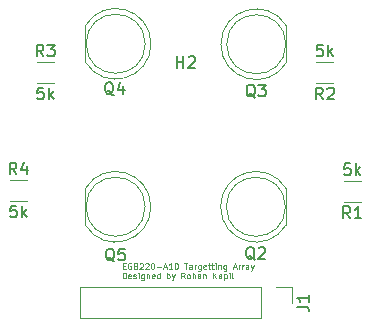
<source format=gbr>
%TF.GenerationSoftware,KiCad,Pcbnew,9.0.1*%
%TF.CreationDate,2025-05-16T16:11:36-04:00*%
%TF.ProjectId,Ir PCB,49722050-4342-42e6-9b69-6361645f7063,rev?*%
%TF.SameCoordinates,Original*%
%TF.FileFunction,Legend,Top*%
%TF.FilePolarity,Positive*%
%FSLAX46Y46*%
G04 Gerber Fmt 4.6, Leading zero omitted, Abs format (unit mm)*
G04 Created by KiCad (PCBNEW 9.0.1) date 2025-05-16 16:11:36*
%MOMM*%
%LPD*%
G01*
G04 APERTURE LIST*
%ADD10C,0.062500*%
%ADD11C,0.150000*%
%ADD12C,0.120000*%
G04 APERTURE END LIST*
D10*
X144660165Y-118868682D02*
X144826832Y-118868682D01*
X144898260Y-119130587D02*
X144660165Y-119130587D01*
X144660165Y-119130587D02*
X144660165Y-118630587D01*
X144660165Y-118630587D02*
X144898260Y-118630587D01*
X145374451Y-118654397D02*
X145326832Y-118630587D01*
X145326832Y-118630587D02*
X145255403Y-118630587D01*
X145255403Y-118630587D02*
X145183975Y-118654397D01*
X145183975Y-118654397D02*
X145136356Y-118702016D01*
X145136356Y-118702016D02*
X145112546Y-118749635D01*
X145112546Y-118749635D02*
X145088737Y-118844873D01*
X145088737Y-118844873D02*
X145088737Y-118916301D01*
X145088737Y-118916301D02*
X145112546Y-119011539D01*
X145112546Y-119011539D02*
X145136356Y-119059158D01*
X145136356Y-119059158D02*
X145183975Y-119106778D01*
X145183975Y-119106778D02*
X145255403Y-119130587D01*
X145255403Y-119130587D02*
X145303022Y-119130587D01*
X145303022Y-119130587D02*
X145374451Y-119106778D01*
X145374451Y-119106778D02*
X145398260Y-119082968D01*
X145398260Y-119082968D02*
X145398260Y-118916301D01*
X145398260Y-118916301D02*
X145303022Y-118916301D01*
X145779213Y-118868682D02*
X145850641Y-118892492D01*
X145850641Y-118892492D02*
X145874451Y-118916301D01*
X145874451Y-118916301D02*
X145898260Y-118963920D01*
X145898260Y-118963920D02*
X145898260Y-119035349D01*
X145898260Y-119035349D02*
X145874451Y-119082968D01*
X145874451Y-119082968D02*
X145850641Y-119106778D01*
X145850641Y-119106778D02*
X145803022Y-119130587D01*
X145803022Y-119130587D02*
X145612546Y-119130587D01*
X145612546Y-119130587D02*
X145612546Y-118630587D01*
X145612546Y-118630587D02*
X145779213Y-118630587D01*
X145779213Y-118630587D02*
X145826832Y-118654397D01*
X145826832Y-118654397D02*
X145850641Y-118678206D01*
X145850641Y-118678206D02*
X145874451Y-118725825D01*
X145874451Y-118725825D02*
X145874451Y-118773444D01*
X145874451Y-118773444D02*
X145850641Y-118821063D01*
X145850641Y-118821063D02*
X145826832Y-118844873D01*
X145826832Y-118844873D02*
X145779213Y-118868682D01*
X145779213Y-118868682D02*
X145612546Y-118868682D01*
X146088737Y-118678206D02*
X146112546Y-118654397D01*
X146112546Y-118654397D02*
X146160165Y-118630587D01*
X146160165Y-118630587D02*
X146279213Y-118630587D01*
X146279213Y-118630587D02*
X146326832Y-118654397D01*
X146326832Y-118654397D02*
X146350641Y-118678206D01*
X146350641Y-118678206D02*
X146374451Y-118725825D01*
X146374451Y-118725825D02*
X146374451Y-118773444D01*
X146374451Y-118773444D02*
X146350641Y-118844873D01*
X146350641Y-118844873D02*
X146064927Y-119130587D01*
X146064927Y-119130587D02*
X146374451Y-119130587D01*
X146564927Y-118678206D02*
X146588736Y-118654397D01*
X146588736Y-118654397D02*
X146636355Y-118630587D01*
X146636355Y-118630587D02*
X146755403Y-118630587D01*
X146755403Y-118630587D02*
X146803022Y-118654397D01*
X146803022Y-118654397D02*
X146826831Y-118678206D01*
X146826831Y-118678206D02*
X146850641Y-118725825D01*
X146850641Y-118725825D02*
X146850641Y-118773444D01*
X146850641Y-118773444D02*
X146826831Y-118844873D01*
X146826831Y-118844873D02*
X146541117Y-119130587D01*
X146541117Y-119130587D02*
X146850641Y-119130587D01*
X147160164Y-118630587D02*
X147207783Y-118630587D01*
X147207783Y-118630587D02*
X147255402Y-118654397D01*
X147255402Y-118654397D02*
X147279212Y-118678206D01*
X147279212Y-118678206D02*
X147303021Y-118725825D01*
X147303021Y-118725825D02*
X147326831Y-118821063D01*
X147326831Y-118821063D02*
X147326831Y-118940111D01*
X147326831Y-118940111D02*
X147303021Y-119035349D01*
X147303021Y-119035349D02*
X147279212Y-119082968D01*
X147279212Y-119082968D02*
X147255402Y-119106778D01*
X147255402Y-119106778D02*
X147207783Y-119130587D01*
X147207783Y-119130587D02*
X147160164Y-119130587D01*
X147160164Y-119130587D02*
X147112545Y-119106778D01*
X147112545Y-119106778D02*
X147088736Y-119082968D01*
X147088736Y-119082968D02*
X147064926Y-119035349D01*
X147064926Y-119035349D02*
X147041117Y-118940111D01*
X147041117Y-118940111D02*
X147041117Y-118821063D01*
X147041117Y-118821063D02*
X147064926Y-118725825D01*
X147064926Y-118725825D02*
X147088736Y-118678206D01*
X147088736Y-118678206D02*
X147112545Y-118654397D01*
X147112545Y-118654397D02*
X147160164Y-118630587D01*
X147541116Y-118940111D02*
X147922069Y-118940111D01*
X148136355Y-118987730D02*
X148374450Y-118987730D01*
X148088736Y-119130587D02*
X148255402Y-118630587D01*
X148255402Y-118630587D02*
X148422069Y-119130587D01*
X148850640Y-119130587D02*
X148564926Y-119130587D01*
X148707783Y-119130587D02*
X148707783Y-118630587D01*
X148707783Y-118630587D02*
X148660164Y-118702016D01*
X148660164Y-118702016D02*
X148612545Y-118749635D01*
X148612545Y-118749635D02*
X148564926Y-118773444D01*
X149160163Y-118630587D02*
X149207782Y-118630587D01*
X149207782Y-118630587D02*
X149255401Y-118654397D01*
X149255401Y-118654397D02*
X149279211Y-118678206D01*
X149279211Y-118678206D02*
X149303020Y-118725825D01*
X149303020Y-118725825D02*
X149326830Y-118821063D01*
X149326830Y-118821063D02*
X149326830Y-118940111D01*
X149326830Y-118940111D02*
X149303020Y-119035349D01*
X149303020Y-119035349D02*
X149279211Y-119082968D01*
X149279211Y-119082968D02*
X149255401Y-119106778D01*
X149255401Y-119106778D02*
X149207782Y-119130587D01*
X149207782Y-119130587D02*
X149160163Y-119130587D01*
X149160163Y-119130587D02*
X149112544Y-119106778D01*
X149112544Y-119106778D02*
X149088735Y-119082968D01*
X149088735Y-119082968D02*
X149064925Y-119035349D01*
X149064925Y-119035349D02*
X149041116Y-118940111D01*
X149041116Y-118940111D02*
X149041116Y-118821063D01*
X149041116Y-118821063D02*
X149064925Y-118725825D01*
X149064925Y-118725825D02*
X149088735Y-118678206D01*
X149088735Y-118678206D02*
X149112544Y-118654397D01*
X149112544Y-118654397D02*
X149160163Y-118630587D01*
X149850639Y-118630587D02*
X150136353Y-118630587D01*
X149993496Y-119130587D02*
X149993496Y-118630587D01*
X150517305Y-119130587D02*
X150517305Y-118868682D01*
X150517305Y-118868682D02*
X150493495Y-118821063D01*
X150493495Y-118821063D02*
X150445876Y-118797254D01*
X150445876Y-118797254D02*
X150350638Y-118797254D01*
X150350638Y-118797254D02*
X150303019Y-118821063D01*
X150517305Y-119106778D02*
X150469686Y-119130587D01*
X150469686Y-119130587D02*
X150350638Y-119130587D01*
X150350638Y-119130587D02*
X150303019Y-119106778D01*
X150303019Y-119106778D02*
X150279210Y-119059158D01*
X150279210Y-119059158D02*
X150279210Y-119011539D01*
X150279210Y-119011539D02*
X150303019Y-118963920D01*
X150303019Y-118963920D02*
X150350638Y-118940111D01*
X150350638Y-118940111D02*
X150469686Y-118940111D01*
X150469686Y-118940111D02*
X150517305Y-118916301D01*
X150755400Y-119130587D02*
X150755400Y-118797254D01*
X150755400Y-118892492D02*
X150779210Y-118844873D01*
X150779210Y-118844873D02*
X150803019Y-118821063D01*
X150803019Y-118821063D02*
X150850638Y-118797254D01*
X150850638Y-118797254D02*
X150898257Y-118797254D01*
X151279210Y-118797254D02*
X151279210Y-119202016D01*
X151279210Y-119202016D02*
X151255400Y-119249635D01*
X151255400Y-119249635D02*
X151231591Y-119273444D01*
X151231591Y-119273444D02*
X151183972Y-119297254D01*
X151183972Y-119297254D02*
X151112543Y-119297254D01*
X151112543Y-119297254D02*
X151064924Y-119273444D01*
X151279210Y-119106778D02*
X151231591Y-119130587D01*
X151231591Y-119130587D02*
X151136353Y-119130587D01*
X151136353Y-119130587D02*
X151088734Y-119106778D01*
X151088734Y-119106778D02*
X151064924Y-119082968D01*
X151064924Y-119082968D02*
X151041115Y-119035349D01*
X151041115Y-119035349D02*
X151041115Y-118892492D01*
X151041115Y-118892492D02*
X151064924Y-118844873D01*
X151064924Y-118844873D02*
X151088734Y-118821063D01*
X151088734Y-118821063D02*
X151136353Y-118797254D01*
X151136353Y-118797254D02*
X151231591Y-118797254D01*
X151231591Y-118797254D02*
X151279210Y-118821063D01*
X151707781Y-119106778D02*
X151660162Y-119130587D01*
X151660162Y-119130587D02*
X151564924Y-119130587D01*
X151564924Y-119130587D02*
X151517305Y-119106778D01*
X151517305Y-119106778D02*
X151493496Y-119059158D01*
X151493496Y-119059158D02*
X151493496Y-118868682D01*
X151493496Y-118868682D02*
X151517305Y-118821063D01*
X151517305Y-118821063D02*
X151564924Y-118797254D01*
X151564924Y-118797254D02*
X151660162Y-118797254D01*
X151660162Y-118797254D02*
X151707781Y-118821063D01*
X151707781Y-118821063D02*
X151731591Y-118868682D01*
X151731591Y-118868682D02*
X151731591Y-118916301D01*
X151731591Y-118916301D02*
X151493496Y-118963920D01*
X151874448Y-118797254D02*
X152064924Y-118797254D01*
X151945876Y-118630587D02*
X151945876Y-119059158D01*
X151945876Y-119059158D02*
X151969686Y-119106778D01*
X151969686Y-119106778D02*
X152017305Y-119130587D01*
X152017305Y-119130587D02*
X152064924Y-119130587D01*
X152160162Y-118797254D02*
X152350638Y-118797254D01*
X152231590Y-118630587D02*
X152231590Y-119059158D01*
X152231590Y-119059158D02*
X152255400Y-119106778D01*
X152255400Y-119106778D02*
X152303019Y-119130587D01*
X152303019Y-119130587D02*
X152350638Y-119130587D01*
X152517304Y-119130587D02*
X152517304Y-118797254D01*
X152517304Y-118630587D02*
X152493495Y-118654397D01*
X152493495Y-118654397D02*
X152517304Y-118678206D01*
X152517304Y-118678206D02*
X152541114Y-118654397D01*
X152541114Y-118654397D02*
X152517304Y-118630587D01*
X152517304Y-118630587D02*
X152517304Y-118678206D01*
X152755399Y-118797254D02*
X152755399Y-119130587D01*
X152755399Y-118844873D02*
X152779209Y-118821063D01*
X152779209Y-118821063D02*
X152826828Y-118797254D01*
X152826828Y-118797254D02*
X152898256Y-118797254D01*
X152898256Y-118797254D02*
X152945875Y-118821063D01*
X152945875Y-118821063D02*
X152969685Y-118868682D01*
X152969685Y-118868682D02*
X152969685Y-119130587D01*
X153422066Y-118797254D02*
X153422066Y-119202016D01*
X153422066Y-119202016D02*
X153398256Y-119249635D01*
X153398256Y-119249635D02*
X153374447Y-119273444D01*
X153374447Y-119273444D02*
X153326828Y-119297254D01*
X153326828Y-119297254D02*
X153255399Y-119297254D01*
X153255399Y-119297254D02*
X153207780Y-119273444D01*
X153422066Y-119106778D02*
X153374447Y-119130587D01*
X153374447Y-119130587D02*
X153279209Y-119130587D01*
X153279209Y-119130587D02*
X153231590Y-119106778D01*
X153231590Y-119106778D02*
X153207780Y-119082968D01*
X153207780Y-119082968D02*
X153183971Y-119035349D01*
X153183971Y-119035349D02*
X153183971Y-118892492D01*
X153183971Y-118892492D02*
X153207780Y-118844873D01*
X153207780Y-118844873D02*
X153231590Y-118821063D01*
X153231590Y-118821063D02*
X153279209Y-118797254D01*
X153279209Y-118797254D02*
X153374447Y-118797254D01*
X153374447Y-118797254D02*
X153422066Y-118821063D01*
X154017304Y-118987730D02*
X154255399Y-118987730D01*
X153969685Y-119130587D02*
X154136351Y-118630587D01*
X154136351Y-118630587D02*
X154303018Y-119130587D01*
X154469684Y-119130587D02*
X154469684Y-118797254D01*
X154469684Y-118892492D02*
X154493494Y-118844873D01*
X154493494Y-118844873D02*
X154517303Y-118821063D01*
X154517303Y-118821063D02*
X154564922Y-118797254D01*
X154564922Y-118797254D02*
X154612541Y-118797254D01*
X154779208Y-119130587D02*
X154779208Y-118797254D01*
X154779208Y-118892492D02*
X154803018Y-118844873D01*
X154803018Y-118844873D02*
X154826827Y-118821063D01*
X154826827Y-118821063D02*
X154874446Y-118797254D01*
X154874446Y-118797254D02*
X154922065Y-118797254D01*
X155303018Y-119130587D02*
X155303018Y-118868682D01*
X155303018Y-118868682D02*
X155279208Y-118821063D01*
X155279208Y-118821063D02*
X155231589Y-118797254D01*
X155231589Y-118797254D02*
X155136351Y-118797254D01*
X155136351Y-118797254D02*
X155088732Y-118821063D01*
X155303018Y-119106778D02*
X155255399Y-119130587D01*
X155255399Y-119130587D02*
X155136351Y-119130587D01*
X155136351Y-119130587D02*
X155088732Y-119106778D01*
X155088732Y-119106778D02*
X155064923Y-119059158D01*
X155064923Y-119059158D02*
X155064923Y-119011539D01*
X155064923Y-119011539D02*
X155088732Y-118963920D01*
X155088732Y-118963920D02*
X155136351Y-118940111D01*
X155136351Y-118940111D02*
X155255399Y-118940111D01*
X155255399Y-118940111D02*
X155303018Y-118916301D01*
X155493494Y-118797254D02*
X155612542Y-119130587D01*
X155731589Y-118797254D02*
X155612542Y-119130587D01*
X155612542Y-119130587D02*
X155564923Y-119249635D01*
X155564923Y-119249635D02*
X155541113Y-119273444D01*
X155541113Y-119273444D02*
X155493494Y-119297254D01*
X144660165Y-119935559D02*
X144660165Y-119435559D01*
X144660165Y-119435559D02*
X144779213Y-119435559D01*
X144779213Y-119435559D02*
X144850641Y-119459369D01*
X144850641Y-119459369D02*
X144898260Y-119506988D01*
X144898260Y-119506988D02*
X144922070Y-119554607D01*
X144922070Y-119554607D02*
X144945879Y-119649845D01*
X144945879Y-119649845D02*
X144945879Y-119721273D01*
X144945879Y-119721273D02*
X144922070Y-119816511D01*
X144922070Y-119816511D02*
X144898260Y-119864130D01*
X144898260Y-119864130D02*
X144850641Y-119911750D01*
X144850641Y-119911750D02*
X144779213Y-119935559D01*
X144779213Y-119935559D02*
X144660165Y-119935559D01*
X145350641Y-119911750D02*
X145303022Y-119935559D01*
X145303022Y-119935559D02*
X145207784Y-119935559D01*
X145207784Y-119935559D02*
X145160165Y-119911750D01*
X145160165Y-119911750D02*
X145136356Y-119864130D01*
X145136356Y-119864130D02*
X145136356Y-119673654D01*
X145136356Y-119673654D02*
X145160165Y-119626035D01*
X145160165Y-119626035D02*
X145207784Y-119602226D01*
X145207784Y-119602226D02*
X145303022Y-119602226D01*
X145303022Y-119602226D02*
X145350641Y-119626035D01*
X145350641Y-119626035D02*
X145374451Y-119673654D01*
X145374451Y-119673654D02*
X145374451Y-119721273D01*
X145374451Y-119721273D02*
X145136356Y-119768892D01*
X145564927Y-119911750D02*
X145612546Y-119935559D01*
X145612546Y-119935559D02*
X145707784Y-119935559D01*
X145707784Y-119935559D02*
X145755403Y-119911750D01*
X145755403Y-119911750D02*
X145779212Y-119864130D01*
X145779212Y-119864130D02*
X145779212Y-119840321D01*
X145779212Y-119840321D02*
X145755403Y-119792702D01*
X145755403Y-119792702D02*
X145707784Y-119768892D01*
X145707784Y-119768892D02*
X145636355Y-119768892D01*
X145636355Y-119768892D02*
X145588736Y-119745083D01*
X145588736Y-119745083D02*
X145564927Y-119697464D01*
X145564927Y-119697464D02*
X145564927Y-119673654D01*
X145564927Y-119673654D02*
X145588736Y-119626035D01*
X145588736Y-119626035D02*
X145636355Y-119602226D01*
X145636355Y-119602226D02*
X145707784Y-119602226D01*
X145707784Y-119602226D02*
X145755403Y-119626035D01*
X145993498Y-119935559D02*
X145993498Y-119602226D01*
X145993498Y-119435559D02*
X145969689Y-119459369D01*
X145969689Y-119459369D02*
X145993498Y-119483178D01*
X145993498Y-119483178D02*
X146017308Y-119459369D01*
X146017308Y-119459369D02*
X145993498Y-119435559D01*
X145993498Y-119435559D02*
X145993498Y-119483178D01*
X146445879Y-119602226D02*
X146445879Y-120006988D01*
X146445879Y-120006988D02*
X146422069Y-120054607D01*
X146422069Y-120054607D02*
X146398260Y-120078416D01*
X146398260Y-120078416D02*
X146350641Y-120102226D01*
X146350641Y-120102226D02*
X146279212Y-120102226D01*
X146279212Y-120102226D02*
X146231593Y-120078416D01*
X146445879Y-119911750D02*
X146398260Y-119935559D01*
X146398260Y-119935559D02*
X146303022Y-119935559D01*
X146303022Y-119935559D02*
X146255403Y-119911750D01*
X146255403Y-119911750D02*
X146231593Y-119887940D01*
X146231593Y-119887940D02*
X146207784Y-119840321D01*
X146207784Y-119840321D02*
X146207784Y-119697464D01*
X146207784Y-119697464D02*
X146231593Y-119649845D01*
X146231593Y-119649845D02*
X146255403Y-119626035D01*
X146255403Y-119626035D02*
X146303022Y-119602226D01*
X146303022Y-119602226D02*
X146398260Y-119602226D01*
X146398260Y-119602226D02*
X146445879Y-119626035D01*
X146683974Y-119602226D02*
X146683974Y-119935559D01*
X146683974Y-119649845D02*
X146707784Y-119626035D01*
X146707784Y-119626035D02*
X146755403Y-119602226D01*
X146755403Y-119602226D02*
X146826831Y-119602226D01*
X146826831Y-119602226D02*
X146874450Y-119626035D01*
X146874450Y-119626035D02*
X146898260Y-119673654D01*
X146898260Y-119673654D02*
X146898260Y-119935559D01*
X147326831Y-119911750D02*
X147279212Y-119935559D01*
X147279212Y-119935559D02*
X147183974Y-119935559D01*
X147183974Y-119935559D02*
X147136355Y-119911750D01*
X147136355Y-119911750D02*
X147112546Y-119864130D01*
X147112546Y-119864130D02*
X147112546Y-119673654D01*
X147112546Y-119673654D02*
X147136355Y-119626035D01*
X147136355Y-119626035D02*
X147183974Y-119602226D01*
X147183974Y-119602226D02*
X147279212Y-119602226D01*
X147279212Y-119602226D02*
X147326831Y-119626035D01*
X147326831Y-119626035D02*
X147350641Y-119673654D01*
X147350641Y-119673654D02*
X147350641Y-119721273D01*
X147350641Y-119721273D02*
X147112546Y-119768892D01*
X147779212Y-119935559D02*
X147779212Y-119435559D01*
X147779212Y-119911750D02*
X147731593Y-119935559D01*
X147731593Y-119935559D02*
X147636355Y-119935559D01*
X147636355Y-119935559D02*
X147588736Y-119911750D01*
X147588736Y-119911750D02*
X147564926Y-119887940D01*
X147564926Y-119887940D02*
X147541117Y-119840321D01*
X147541117Y-119840321D02*
X147541117Y-119697464D01*
X147541117Y-119697464D02*
X147564926Y-119649845D01*
X147564926Y-119649845D02*
X147588736Y-119626035D01*
X147588736Y-119626035D02*
X147636355Y-119602226D01*
X147636355Y-119602226D02*
X147731593Y-119602226D01*
X147731593Y-119602226D02*
X147779212Y-119626035D01*
X148398259Y-119935559D02*
X148398259Y-119435559D01*
X148398259Y-119626035D02*
X148445878Y-119602226D01*
X148445878Y-119602226D02*
X148541116Y-119602226D01*
X148541116Y-119602226D02*
X148588735Y-119626035D01*
X148588735Y-119626035D02*
X148612545Y-119649845D01*
X148612545Y-119649845D02*
X148636354Y-119697464D01*
X148636354Y-119697464D02*
X148636354Y-119840321D01*
X148636354Y-119840321D02*
X148612545Y-119887940D01*
X148612545Y-119887940D02*
X148588735Y-119911750D01*
X148588735Y-119911750D02*
X148541116Y-119935559D01*
X148541116Y-119935559D02*
X148445878Y-119935559D01*
X148445878Y-119935559D02*
X148398259Y-119911750D01*
X148803021Y-119602226D02*
X148922069Y-119935559D01*
X149041116Y-119602226D02*
X148922069Y-119935559D01*
X148922069Y-119935559D02*
X148874450Y-120054607D01*
X148874450Y-120054607D02*
X148850640Y-120078416D01*
X148850640Y-120078416D02*
X148803021Y-120102226D01*
X149898258Y-119935559D02*
X149731592Y-119697464D01*
X149612544Y-119935559D02*
X149612544Y-119435559D01*
X149612544Y-119435559D02*
X149803020Y-119435559D01*
X149803020Y-119435559D02*
X149850639Y-119459369D01*
X149850639Y-119459369D02*
X149874449Y-119483178D01*
X149874449Y-119483178D02*
X149898258Y-119530797D01*
X149898258Y-119530797D02*
X149898258Y-119602226D01*
X149898258Y-119602226D02*
X149874449Y-119649845D01*
X149874449Y-119649845D02*
X149850639Y-119673654D01*
X149850639Y-119673654D02*
X149803020Y-119697464D01*
X149803020Y-119697464D02*
X149612544Y-119697464D01*
X150183973Y-119935559D02*
X150136354Y-119911750D01*
X150136354Y-119911750D02*
X150112544Y-119887940D01*
X150112544Y-119887940D02*
X150088735Y-119840321D01*
X150088735Y-119840321D02*
X150088735Y-119697464D01*
X150088735Y-119697464D02*
X150112544Y-119649845D01*
X150112544Y-119649845D02*
X150136354Y-119626035D01*
X150136354Y-119626035D02*
X150183973Y-119602226D01*
X150183973Y-119602226D02*
X150255401Y-119602226D01*
X150255401Y-119602226D02*
X150303020Y-119626035D01*
X150303020Y-119626035D02*
X150326830Y-119649845D01*
X150326830Y-119649845D02*
X150350639Y-119697464D01*
X150350639Y-119697464D02*
X150350639Y-119840321D01*
X150350639Y-119840321D02*
X150326830Y-119887940D01*
X150326830Y-119887940D02*
X150303020Y-119911750D01*
X150303020Y-119911750D02*
X150255401Y-119935559D01*
X150255401Y-119935559D02*
X150183973Y-119935559D01*
X150564925Y-119935559D02*
X150564925Y-119435559D01*
X150779211Y-119935559D02*
X150779211Y-119673654D01*
X150779211Y-119673654D02*
X150755401Y-119626035D01*
X150755401Y-119626035D02*
X150707782Y-119602226D01*
X150707782Y-119602226D02*
X150636354Y-119602226D01*
X150636354Y-119602226D02*
X150588735Y-119626035D01*
X150588735Y-119626035D02*
X150564925Y-119649845D01*
X151231592Y-119935559D02*
X151231592Y-119673654D01*
X151231592Y-119673654D02*
X151207782Y-119626035D01*
X151207782Y-119626035D02*
X151160163Y-119602226D01*
X151160163Y-119602226D02*
X151064925Y-119602226D01*
X151064925Y-119602226D02*
X151017306Y-119626035D01*
X151231592Y-119911750D02*
X151183973Y-119935559D01*
X151183973Y-119935559D02*
X151064925Y-119935559D01*
X151064925Y-119935559D02*
X151017306Y-119911750D01*
X151017306Y-119911750D02*
X150993497Y-119864130D01*
X150993497Y-119864130D02*
X150993497Y-119816511D01*
X150993497Y-119816511D02*
X151017306Y-119768892D01*
X151017306Y-119768892D02*
X151064925Y-119745083D01*
X151064925Y-119745083D02*
X151183973Y-119745083D01*
X151183973Y-119745083D02*
X151231592Y-119721273D01*
X151469687Y-119602226D02*
X151469687Y-119935559D01*
X151469687Y-119649845D02*
X151493497Y-119626035D01*
X151493497Y-119626035D02*
X151541116Y-119602226D01*
X151541116Y-119602226D02*
X151612544Y-119602226D01*
X151612544Y-119602226D02*
X151660163Y-119626035D01*
X151660163Y-119626035D02*
X151683973Y-119673654D01*
X151683973Y-119673654D02*
X151683973Y-119935559D01*
X152303020Y-119935559D02*
X152303020Y-119435559D01*
X152588734Y-119935559D02*
X152374449Y-119649845D01*
X152588734Y-119435559D02*
X152303020Y-119721273D01*
X153017306Y-119935559D02*
X153017306Y-119673654D01*
X153017306Y-119673654D02*
X152993496Y-119626035D01*
X152993496Y-119626035D02*
X152945877Y-119602226D01*
X152945877Y-119602226D02*
X152850639Y-119602226D01*
X152850639Y-119602226D02*
X152803020Y-119626035D01*
X153017306Y-119911750D02*
X152969687Y-119935559D01*
X152969687Y-119935559D02*
X152850639Y-119935559D01*
X152850639Y-119935559D02*
X152803020Y-119911750D01*
X152803020Y-119911750D02*
X152779211Y-119864130D01*
X152779211Y-119864130D02*
X152779211Y-119816511D01*
X152779211Y-119816511D02*
X152803020Y-119768892D01*
X152803020Y-119768892D02*
X152850639Y-119745083D01*
X152850639Y-119745083D02*
X152969687Y-119745083D01*
X152969687Y-119745083D02*
X153017306Y-119721273D01*
X153255401Y-119602226D02*
X153255401Y-120102226D01*
X153255401Y-119626035D02*
X153303020Y-119602226D01*
X153303020Y-119602226D02*
X153398258Y-119602226D01*
X153398258Y-119602226D02*
X153445877Y-119626035D01*
X153445877Y-119626035D02*
X153469687Y-119649845D01*
X153469687Y-119649845D02*
X153493496Y-119697464D01*
X153493496Y-119697464D02*
X153493496Y-119840321D01*
X153493496Y-119840321D02*
X153469687Y-119887940D01*
X153469687Y-119887940D02*
X153445877Y-119911750D01*
X153445877Y-119911750D02*
X153398258Y-119935559D01*
X153398258Y-119935559D02*
X153303020Y-119935559D01*
X153303020Y-119935559D02*
X153255401Y-119911750D01*
X153707782Y-119935559D02*
X153707782Y-119602226D01*
X153707782Y-119435559D02*
X153683973Y-119459369D01*
X153683973Y-119459369D02*
X153707782Y-119483178D01*
X153707782Y-119483178D02*
X153731592Y-119459369D01*
X153731592Y-119459369D02*
X153707782Y-119435559D01*
X153707782Y-119435559D02*
X153707782Y-119483178D01*
X154017306Y-119935559D02*
X153969687Y-119911750D01*
X153969687Y-119911750D02*
X153945877Y-119864130D01*
X153945877Y-119864130D02*
X153945877Y-119435559D01*
D11*
X143884761Y-104430057D02*
X143789523Y-104382438D01*
X143789523Y-104382438D02*
X143694285Y-104287200D01*
X143694285Y-104287200D02*
X143551428Y-104144342D01*
X143551428Y-104144342D02*
X143456190Y-104096723D01*
X143456190Y-104096723D02*
X143360952Y-104096723D01*
X143408571Y-104334819D02*
X143313333Y-104287200D01*
X143313333Y-104287200D02*
X143218095Y-104191961D01*
X143218095Y-104191961D02*
X143170476Y-104001485D01*
X143170476Y-104001485D02*
X143170476Y-103668152D01*
X143170476Y-103668152D02*
X143218095Y-103477676D01*
X143218095Y-103477676D02*
X143313333Y-103382438D01*
X143313333Y-103382438D02*
X143408571Y-103334819D01*
X143408571Y-103334819D02*
X143599047Y-103334819D01*
X143599047Y-103334819D02*
X143694285Y-103382438D01*
X143694285Y-103382438D02*
X143789523Y-103477676D01*
X143789523Y-103477676D02*
X143837142Y-103668152D01*
X143837142Y-103668152D02*
X143837142Y-104001485D01*
X143837142Y-104001485D02*
X143789523Y-104191961D01*
X143789523Y-104191961D02*
X143694285Y-104287200D01*
X143694285Y-104287200D02*
X143599047Y-104334819D01*
X143599047Y-104334819D02*
X143408571Y-104334819D01*
X144694285Y-103668152D02*
X144694285Y-104334819D01*
X144456190Y-103287200D02*
X144218095Y-104001485D01*
X144218095Y-104001485D02*
X144837142Y-104001485D01*
X135660833Y-111124819D02*
X135327500Y-110648628D01*
X135089405Y-111124819D02*
X135089405Y-110124819D01*
X135089405Y-110124819D02*
X135470357Y-110124819D01*
X135470357Y-110124819D02*
X135565595Y-110172438D01*
X135565595Y-110172438D02*
X135613214Y-110220057D01*
X135613214Y-110220057D02*
X135660833Y-110315295D01*
X135660833Y-110315295D02*
X135660833Y-110458152D01*
X135660833Y-110458152D02*
X135613214Y-110553390D01*
X135613214Y-110553390D02*
X135565595Y-110601009D01*
X135565595Y-110601009D02*
X135470357Y-110648628D01*
X135470357Y-110648628D02*
X135089405Y-110648628D01*
X136517976Y-110458152D02*
X136517976Y-111124819D01*
X136279881Y-110077200D02*
X136041786Y-110791485D01*
X136041786Y-110791485D02*
X136660833Y-110791485D01*
X135660833Y-113764819D02*
X135184643Y-113764819D01*
X135184643Y-113764819D02*
X135137024Y-114241009D01*
X135137024Y-114241009D02*
X135184643Y-114193390D01*
X135184643Y-114193390D02*
X135279881Y-114145771D01*
X135279881Y-114145771D02*
X135517976Y-114145771D01*
X135517976Y-114145771D02*
X135613214Y-114193390D01*
X135613214Y-114193390D02*
X135660833Y-114241009D01*
X135660833Y-114241009D02*
X135708452Y-114336247D01*
X135708452Y-114336247D02*
X135708452Y-114574342D01*
X135708452Y-114574342D02*
X135660833Y-114669580D01*
X135660833Y-114669580D02*
X135613214Y-114717200D01*
X135613214Y-114717200D02*
X135517976Y-114764819D01*
X135517976Y-114764819D02*
X135279881Y-114764819D01*
X135279881Y-114764819D02*
X135184643Y-114717200D01*
X135184643Y-114717200D02*
X135137024Y-114669580D01*
X136137024Y-114764819D02*
X136137024Y-113764819D01*
X136232262Y-114383866D02*
X136517976Y-114764819D01*
X136517976Y-114098152D02*
X136137024Y-114479104D01*
X161600833Y-104774819D02*
X161267500Y-104298628D01*
X161029405Y-104774819D02*
X161029405Y-103774819D01*
X161029405Y-103774819D02*
X161410357Y-103774819D01*
X161410357Y-103774819D02*
X161505595Y-103822438D01*
X161505595Y-103822438D02*
X161553214Y-103870057D01*
X161553214Y-103870057D02*
X161600833Y-103965295D01*
X161600833Y-103965295D02*
X161600833Y-104108152D01*
X161600833Y-104108152D02*
X161553214Y-104203390D01*
X161553214Y-104203390D02*
X161505595Y-104251009D01*
X161505595Y-104251009D02*
X161410357Y-104298628D01*
X161410357Y-104298628D02*
X161029405Y-104298628D01*
X161981786Y-103870057D02*
X162029405Y-103822438D01*
X162029405Y-103822438D02*
X162124643Y-103774819D01*
X162124643Y-103774819D02*
X162362738Y-103774819D01*
X162362738Y-103774819D02*
X162457976Y-103822438D01*
X162457976Y-103822438D02*
X162505595Y-103870057D01*
X162505595Y-103870057D02*
X162553214Y-103965295D01*
X162553214Y-103965295D02*
X162553214Y-104060533D01*
X162553214Y-104060533D02*
X162505595Y-104203390D01*
X162505595Y-104203390D02*
X161934167Y-104774819D01*
X161934167Y-104774819D02*
X162553214Y-104774819D01*
X161600833Y-100134819D02*
X161124643Y-100134819D01*
X161124643Y-100134819D02*
X161077024Y-100611009D01*
X161077024Y-100611009D02*
X161124643Y-100563390D01*
X161124643Y-100563390D02*
X161219881Y-100515771D01*
X161219881Y-100515771D02*
X161457976Y-100515771D01*
X161457976Y-100515771D02*
X161553214Y-100563390D01*
X161553214Y-100563390D02*
X161600833Y-100611009D01*
X161600833Y-100611009D02*
X161648452Y-100706247D01*
X161648452Y-100706247D02*
X161648452Y-100944342D01*
X161648452Y-100944342D02*
X161600833Y-101039580D01*
X161600833Y-101039580D02*
X161553214Y-101087200D01*
X161553214Y-101087200D02*
X161457976Y-101134819D01*
X161457976Y-101134819D02*
X161219881Y-101134819D01*
X161219881Y-101134819D02*
X161124643Y-101087200D01*
X161124643Y-101087200D02*
X161077024Y-101039580D01*
X162077024Y-101134819D02*
X162077024Y-100134819D01*
X162172262Y-100753866D02*
X162457976Y-101134819D01*
X162457976Y-100468152D02*
X162077024Y-100849104D01*
X137945833Y-101134819D02*
X137612500Y-100658628D01*
X137374405Y-101134819D02*
X137374405Y-100134819D01*
X137374405Y-100134819D02*
X137755357Y-100134819D01*
X137755357Y-100134819D02*
X137850595Y-100182438D01*
X137850595Y-100182438D02*
X137898214Y-100230057D01*
X137898214Y-100230057D02*
X137945833Y-100325295D01*
X137945833Y-100325295D02*
X137945833Y-100468152D01*
X137945833Y-100468152D02*
X137898214Y-100563390D01*
X137898214Y-100563390D02*
X137850595Y-100611009D01*
X137850595Y-100611009D02*
X137755357Y-100658628D01*
X137755357Y-100658628D02*
X137374405Y-100658628D01*
X138279167Y-100134819D02*
X138898214Y-100134819D01*
X138898214Y-100134819D02*
X138564881Y-100515771D01*
X138564881Y-100515771D02*
X138707738Y-100515771D01*
X138707738Y-100515771D02*
X138802976Y-100563390D01*
X138802976Y-100563390D02*
X138850595Y-100611009D01*
X138850595Y-100611009D02*
X138898214Y-100706247D01*
X138898214Y-100706247D02*
X138898214Y-100944342D01*
X138898214Y-100944342D02*
X138850595Y-101039580D01*
X138850595Y-101039580D02*
X138802976Y-101087200D01*
X138802976Y-101087200D02*
X138707738Y-101134819D01*
X138707738Y-101134819D02*
X138422024Y-101134819D01*
X138422024Y-101134819D02*
X138326786Y-101087200D01*
X138326786Y-101087200D02*
X138279167Y-101039580D01*
X137945833Y-103774819D02*
X137469643Y-103774819D01*
X137469643Y-103774819D02*
X137422024Y-104251009D01*
X137422024Y-104251009D02*
X137469643Y-104203390D01*
X137469643Y-104203390D02*
X137564881Y-104155771D01*
X137564881Y-104155771D02*
X137802976Y-104155771D01*
X137802976Y-104155771D02*
X137898214Y-104203390D01*
X137898214Y-104203390D02*
X137945833Y-104251009D01*
X137945833Y-104251009D02*
X137993452Y-104346247D01*
X137993452Y-104346247D02*
X137993452Y-104584342D01*
X137993452Y-104584342D02*
X137945833Y-104679580D01*
X137945833Y-104679580D02*
X137898214Y-104727200D01*
X137898214Y-104727200D02*
X137802976Y-104774819D01*
X137802976Y-104774819D02*
X137564881Y-104774819D01*
X137564881Y-104774819D02*
X137469643Y-104727200D01*
X137469643Y-104727200D02*
X137422024Y-104679580D01*
X138422024Y-104774819D02*
X138422024Y-103774819D01*
X138517262Y-104393866D02*
X138802976Y-104774819D01*
X138802976Y-104108152D02*
X138422024Y-104489104D01*
X159404819Y-122333333D02*
X160119104Y-122333333D01*
X160119104Y-122333333D02*
X160261961Y-122380952D01*
X160261961Y-122380952D02*
X160357200Y-122476190D01*
X160357200Y-122476190D02*
X160404819Y-122619047D01*
X160404819Y-122619047D02*
X160404819Y-122714285D01*
X160404819Y-121333333D02*
X160404819Y-121904761D01*
X160404819Y-121619047D02*
X159404819Y-121619047D01*
X159404819Y-121619047D02*
X159547676Y-121714285D01*
X159547676Y-121714285D02*
X159642914Y-121809523D01*
X159642914Y-121809523D02*
X159690533Y-121904761D01*
X155834761Y-118380057D02*
X155739523Y-118332438D01*
X155739523Y-118332438D02*
X155644285Y-118237200D01*
X155644285Y-118237200D02*
X155501428Y-118094342D01*
X155501428Y-118094342D02*
X155406190Y-118046723D01*
X155406190Y-118046723D02*
X155310952Y-118046723D01*
X155358571Y-118284819D02*
X155263333Y-118237200D01*
X155263333Y-118237200D02*
X155168095Y-118141961D01*
X155168095Y-118141961D02*
X155120476Y-117951485D01*
X155120476Y-117951485D02*
X155120476Y-117618152D01*
X155120476Y-117618152D02*
X155168095Y-117427676D01*
X155168095Y-117427676D02*
X155263333Y-117332438D01*
X155263333Y-117332438D02*
X155358571Y-117284819D01*
X155358571Y-117284819D02*
X155549047Y-117284819D01*
X155549047Y-117284819D02*
X155644285Y-117332438D01*
X155644285Y-117332438D02*
X155739523Y-117427676D01*
X155739523Y-117427676D02*
X155787142Y-117618152D01*
X155787142Y-117618152D02*
X155787142Y-117951485D01*
X155787142Y-117951485D02*
X155739523Y-118141961D01*
X155739523Y-118141961D02*
X155644285Y-118237200D01*
X155644285Y-118237200D02*
X155549047Y-118284819D01*
X155549047Y-118284819D02*
X155358571Y-118284819D01*
X156168095Y-117380057D02*
X156215714Y-117332438D01*
X156215714Y-117332438D02*
X156310952Y-117284819D01*
X156310952Y-117284819D02*
X156549047Y-117284819D01*
X156549047Y-117284819D02*
X156644285Y-117332438D01*
X156644285Y-117332438D02*
X156691904Y-117380057D01*
X156691904Y-117380057D02*
X156739523Y-117475295D01*
X156739523Y-117475295D02*
X156739523Y-117570533D01*
X156739523Y-117570533D02*
X156691904Y-117713390D01*
X156691904Y-117713390D02*
X156120476Y-118284819D01*
X156120476Y-118284819D02*
X156739523Y-118284819D01*
X143954761Y-118500057D02*
X143859523Y-118452438D01*
X143859523Y-118452438D02*
X143764285Y-118357200D01*
X143764285Y-118357200D02*
X143621428Y-118214342D01*
X143621428Y-118214342D02*
X143526190Y-118166723D01*
X143526190Y-118166723D02*
X143430952Y-118166723D01*
X143478571Y-118404819D02*
X143383333Y-118357200D01*
X143383333Y-118357200D02*
X143288095Y-118261961D01*
X143288095Y-118261961D02*
X143240476Y-118071485D01*
X143240476Y-118071485D02*
X143240476Y-117738152D01*
X143240476Y-117738152D02*
X143288095Y-117547676D01*
X143288095Y-117547676D02*
X143383333Y-117452438D01*
X143383333Y-117452438D02*
X143478571Y-117404819D01*
X143478571Y-117404819D02*
X143669047Y-117404819D01*
X143669047Y-117404819D02*
X143764285Y-117452438D01*
X143764285Y-117452438D02*
X143859523Y-117547676D01*
X143859523Y-117547676D02*
X143907142Y-117738152D01*
X143907142Y-117738152D02*
X143907142Y-118071485D01*
X143907142Y-118071485D02*
X143859523Y-118261961D01*
X143859523Y-118261961D02*
X143764285Y-118357200D01*
X143764285Y-118357200D02*
X143669047Y-118404819D01*
X143669047Y-118404819D02*
X143478571Y-118404819D01*
X144811904Y-117404819D02*
X144335714Y-117404819D01*
X144335714Y-117404819D02*
X144288095Y-117881009D01*
X144288095Y-117881009D02*
X144335714Y-117833390D01*
X144335714Y-117833390D02*
X144430952Y-117785771D01*
X144430952Y-117785771D02*
X144669047Y-117785771D01*
X144669047Y-117785771D02*
X144764285Y-117833390D01*
X144764285Y-117833390D02*
X144811904Y-117881009D01*
X144811904Y-117881009D02*
X144859523Y-117976247D01*
X144859523Y-117976247D02*
X144859523Y-118214342D01*
X144859523Y-118214342D02*
X144811904Y-118309580D01*
X144811904Y-118309580D02*
X144764285Y-118357200D01*
X144764285Y-118357200D02*
X144669047Y-118404819D01*
X144669047Y-118404819D02*
X144430952Y-118404819D01*
X144430952Y-118404819D02*
X144335714Y-118357200D01*
X144335714Y-118357200D02*
X144288095Y-118309580D01*
X155864761Y-104620057D02*
X155769523Y-104572438D01*
X155769523Y-104572438D02*
X155674285Y-104477200D01*
X155674285Y-104477200D02*
X155531428Y-104334342D01*
X155531428Y-104334342D02*
X155436190Y-104286723D01*
X155436190Y-104286723D02*
X155340952Y-104286723D01*
X155388571Y-104524819D02*
X155293333Y-104477200D01*
X155293333Y-104477200D02*
X155198095Y-104381961D01*
X155198095Y-104381961D02*
X155150476Y-104191485D01*
X155150476Y-104191485D02*
X155150476Y-103858152D01*
X155150476Y-103858152D02*
X155198095Y-103667676D01*
X155198095Y-103667676D02*
X155293333Y-103572438D01*
X155293333Y-103572438D02*
X155388571Y-103524819D01*
X155388571Y-103524819D02*
X155579047Y-103524819D01*
X155579047Y-103524819D02*
X155674285Y-103572438D01*
X155674285Y-103572438D02*
X155769523Y-103667676D01*
X155769523Y-103667676D02*
X155817142Y-103858152D01*
X155817142Y-103858152D02*
X155817142Y-104191485D01*
X155817142Y-104191485D02*
X155769523Y-104381961D01*
X155769523Y-104381961D02*
X155674285Y-104477200D01*
X155674285Y-104477200D02*
X155579047Y-104524819D01*
X155579047Y-104524819D02*
X155388571Y-104524819D01*
X156150476Y-103524819D02*
X156769523Y-103524819D01*
X156769523Y-103524819D02*
X156436190Y-103905771D01*
X156436190Y-103905771D02*
X156579047Y-103905771D01*
X156579047Y-103905771D02*
X156674285Y-103953390D01*
X156674285Y-103953390D02*
X156721904Y-104001009D01*
X156721904Y-104001009D02*
X156769523Y-104096247D01*
X156769523Y-104096247D02*
X156769523Y-104334342D01*
X156769523Y-104334342D02*
X156721904Y-104429580D01*
X156721904Y-104429580D02*
X156674285Y-104477200D01*
X156674285Y-104477200D02*
X156579047Y-104524819D01*
X156579047Y-104524819D02*
X156293333Y-104524819D01*
X156293333Y-104524819D02*
X156198095Y-104477200D01*
X156198095Y-104477200D02*
X156150476Y-104429580D01*
X149228095Y-102104819D02*
X149228095Y-101104819D01*
X149228095Y-101581009D02*
X149799523Y-101581009D01*
X149799523Y-102104819D02*
X149799523Y-101104819D01*
X150228095Y-101200057D02*
X150275714Y-101152438D01*
X150275714Y-101152438D02*
X150370952Y-101104819D01*
X150370952Y-101104819D02*
X150609047Y-101104819D01*
X150609047Y-101104819D02*
X150704285Y-101152438D01*
X150704285Y-101152438D02*
X150751904Y-101200057D01*
X150751904Y-101200057D02*
X150799523Y-101295295D01*
X150799523Y-101295295D02*
X150799523Y-101390533D01*
X150799523Y-101390533D02*
X150751904Y-101533390D01*
X150751904Y-101533390D02*
X150180476Y-102104819D01*
X150180476Y-102104819D02*
X150799523Y-102104819D01*
X163910833Y-114844819D02*
X163577500Y-114368628D01*
X163339405Y-114844819D02*
X163339405Y-113844819D01*
X163339405Y-113844819D02*
X163720357Y-113844819D01*
X163720357Y-113844819D02*
X163815595Y-113892438D01*
X163815595Y-113892438D02*
X163863214Y-113940057D01*
X163863214Y-113940057D02*
X163910833Y-114035295D01*
X163910833Y-114035295D02*
X163910833Y-114178152D01*
X163910833Y-114178152D02*
X163863214Y-114273390D01*
X163863214Y-114273390D02*
X163815595Y-114321009D01*
X163815595Y-114321009D02*
X163720357Y-114368628D01*
X163720357Y-114368628D02*
X163339405Y-114368628D01*
X164863214Y-114844819D02*
X164291786Y-114844819D01*
X164577500Y-114844819D02*
X164577500Y-113844819D01*
X164577500Y-113844819D02*
X164482262Y-113987676D01*
X164482262Y-113987676D02*
X164387024Y-114082914D01*
X164387024Y-114082914D02*
X164291786Y-114130533D01*
X163910833Y-110204819D02*
X163434643Y-110204819D01*
X163434643Y-110204819D02*
X163387024Y-110681009D01*
X163387024Y-110681009D02*
X163434643Y-110633390D01*
X163434643Y-110633390D02*
X163529881Y-110585771D01*
X163529881Y-110585771D02*
X163767976Y-110585771D01*
X163767976Y-110585771D02*
X163863214Y-110633390D01*
X163863214Y-110633390D02*
X163910833Y-110681009D01*
X163910833Y-110681009D02*
X163958452Y-110776247D01*
X163958452Y-110776247D02*
X163958452Y-111014342D01*
X163958452Y-111014342D02*
X163910833Y-111109580D01*
X163910833Y-111109580D02*
X163863214Y-111157200D01*
X163863214Y-111157200D02*
X163767976Y-111204819D01*
X163767976Y-111204819D02*
X163529881Y-111204819D01*
X163529881Y-111204819D02*
X163434643Y-111157200D01*
X163434643Y-111157200D02*
X163387024Y-111109580D01*
X164387024Y-111204819D02*
X164387024Y-110204819D01*
X164482262Y-110823866D02*
X164767976Y-111204819D01*
X164767976Y-110538152D02*
X164387024Y-110919104D01*
D12*
%TO.C,Q4*%
X141500000Y-98525000D02*
X141500000Y-101615000D01*
X141500000Y-98525170D02*
G75*
G02*
X147050000Y-100069952I2560000J-1544830D01*
G01*
X147050000Y-100070048D02*
G75*
G02*
X141500000Y-101614830I-2990000J48D01*
G01*
X146560000Y-100070000D02*
G75*
G02*
X141560000Y-100070000I-2500000J0D01*
G01*
X141560000Y-100070000D02*
G75*
G02*
X146560000Y-100070000I2500000J0D01*
G01*
%TO.C,R4*%
X135100436Y-111580000D02*
X136554564Y-111580000D01*
X135100436Y-113400000D02*
X136554564Y-113400000D01*
%TO.C,R2*%
X162494564Y-101590000D02*
X161040436Y-101590000D01*
X162494564Y-103410000D02*
X161040436Y-103410000D01*
%TO.C,R3*%
X137385436Y-101590000D02*
X138839564Y-101590000D01*
X137385436Y-103410000D02*
X138839564Y-103410000D01*
%TO.C,J1*%
X141050000Y-120670000D02*
X141050000Y-123330000D01*
X156350000Y-120670000D02*
X141050000Y-120670000D01*
X156350000Y-120670000D02*
X156350000Y-123330000D01*
X156350000Y-123330000D02*
X141050000Y-123330000D01*
X157620000Y-120670000D02*
X158950000Y-120670000D01*
X158950000Y-120670000D02*
X158950000Y-122000000D01*
%TO.C,Q2*%
X158490000Y-115415000D02*
X158490000Y-112325000D01*
X152940000Y-113869952D02*
G75*
G02*
X158490000Y-112325170I2990000J-48D01*
G01*
X158490000Y-115414830D02*
G75*
G02*
X152940000Y-113870048I-2560000J1544830D01*
G01*
X158430000Y-113870000D02*
G75*
G02*
X153430000Y-113870000I-2500000J0D01*
G01*
X153430000Y-113870000D02*
G75*
G02*
X158430000Y-113870000I2500000J0D01*
G01*
%TO.C,Q5*%
X141490000Y-112325000D02*
X141490000Y-115415000D01*
X141490000Y-112325170D02*
G75*
G02*
X147040000Y-113869952I2560000J-1544830D01*
G01*
X147040000Y-113870048D02*
G75*
G02*
X141490000Y-115414830I-2990000J48D01*
G01*
X146550000Y-113870000D02*
G75*
G02*
X141550000Y-113870000I-2500000J0D01*
G01*
X141550000Y-113870000D02*
G75*
G02*
X146550000Y-113870000I2500000J0D01*
G01*
%TO.C,Q3*%
X158520000Y-101655000D02*
X158520000Y-98565000D01*
X152970000Y-100109952D02*
G75*
G02*
X158520000Y-98565170I2990000J-48D01*
G01*
X158520000Y-101654830D02*
G75*
G02*
X152970000Y-100110048I-2560000J1544830D01*
G01*
X158460000Y-100110000D02*
G75*
G02*
X153460000Y-100110000I-2500000J0D01*
G01*
X153460000Y-100110000D02*
G75*
G02*
X158460000Y-100110000I2500000J0D01*
G01*
%TO.C,R1*%
X164804564Y-111660000D02*
X163350436Y-111660000D01*
X164804564Y-113480000D02*
X163350436Y-113480000D01*
%TD*%
M02*

</source>
